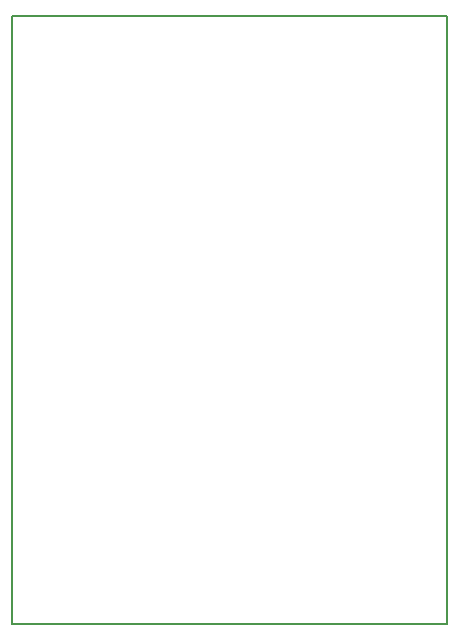
<source format=gbr>
G04 DipTrace 2.4.0.2*
%INBoardOutline.gbr*%
%MOIN*%
%ADD11C,0.006*%
%FSLAX44Y44*%
G04*
G70*
G90*
G75*
G01*
%LNBoardOutline*%
%LPD*%
X3940Y24190D2*
D11*
X18440D1*
Y3940D1*
X3940D1*
Y24190D1*
M02*

</source>
